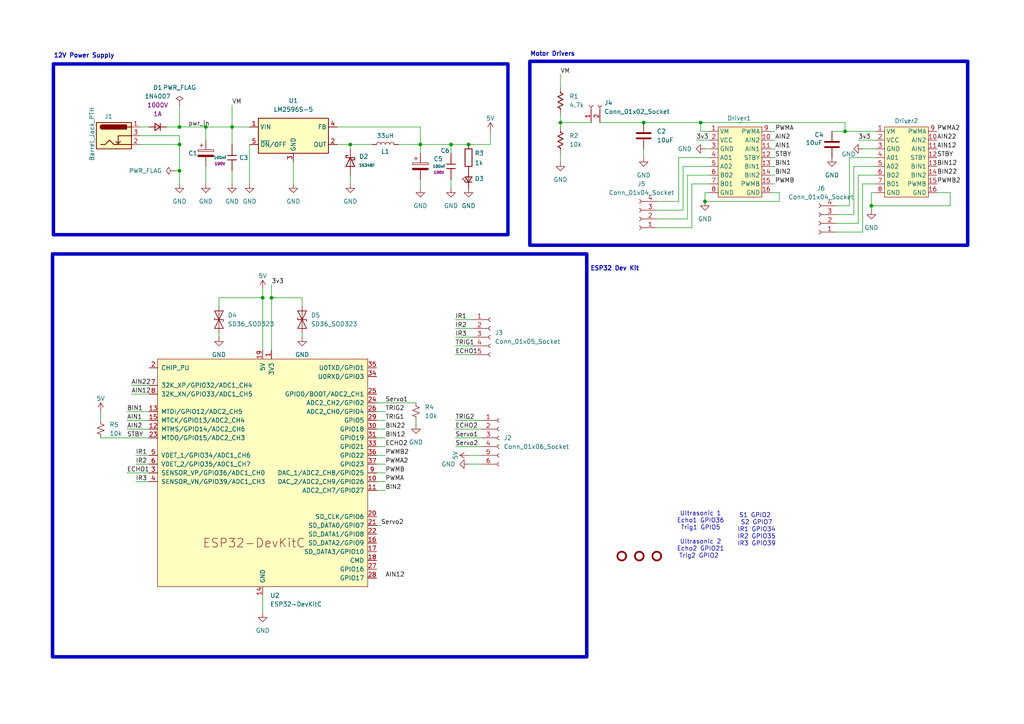
<source format=kicad_sch>
(kicad_sch (version 20250114) (generator "eeschema") (generator_version "9.0")
  (paper "A4")
  (title_block (title "Break-out Board for the RobotCar") (date "2025-05-21"))
  (lib_symbols
    (symbol "Connector:Conn_01x02_Socket" (pin_names (offset 1.016) (hide yes))
      (property "Reference" "J" (at 0 2.54 0))
      (property "Value" "Conn_01x02_Socket" (at 0 -5.08 0))
      (symbol "Conn_01x02_Socket_1_1"
        (pin passive line (at -5.08 0 0) (length 3.81) (name "Pin_1") (number "1"))
        (pin passive line (at -5.08 -2.54 0) (length 3.81) (name "Pin_2") (number "2"))
      )
    )
    (symbol "Connector:Conn_01x04_Socket" (pin_names (offset 1.016) (hide yes))
      (property "Reference" "J" (at 0 5.08 0))
      (property "Value" "Conn_01x04_Socket" (at 0 -7.62 0))
      (symbol "Conn_01x04_Socket_1_1"
        (pin passive line (at -5.08 2.54 0) (length 3.81) (name "Pin_1") (number "1"))
        (pin passive line (at -5.08 0 0) (length 3.81) (name "Pin_2") (number "2"))
        (pin passive line (at -5.08 -2.54 0) (length 3.81) (name "Pin_3") (number "3"))
        (pin passive line (at -5.08 -5.08 0) (length 3.81) (name "Pin_4") (number "4"))
      )
    )
    (symbol "Connector:Conn_01x05_Socket" (pin_names (offset 1.016) (hide yes))
      (property "Reference" "J" (at 0 7.62 0))
      (property "Value" "Conn_01x05_Socket" (at 0 -7.62 0))
      (symbol "Conn_01x05_Socket_1_1"
        (pin passive line (at -5.08 5.08 0) (length 3.81) (name "Pin_1") (number "1"))
        (pin passive line (at -5.08 2.54 0) (length 3.81) (name "Pin_2") (number "2"))
        (pin passive line (at -5.08 0 0) (length 3.81) (name "Pin_3") (number "3"))
        (pin passive line (at -5.08 -2.54 0) (length 3.81) (name "Pin_4") (number "4"))
        (pin passive line (at -5.08 -5.08 0) (length 3.81) (name "Pin_5") (number "5"))
      )
    )
    (symbol "Connector:Conn_01x06_Socket" (pin_names (offset 1.016) (hide yes))
      (property "Reference" "J" (at 0 7.62 0))
      (property "Value" "Conn_01x06_Socket" (at 0 -10.16 0))
      (symbol "Conn_01x06_Socket_1_1"
        (pin passive line (at -5.08 5.08 0) (length 3.81) (name "Pin_1") (number "1"))
        (pin passive line (at -5.08 2.54 0) (length 3.81) (name "Pin_2") (number "2"))
        (pin passive line (at -5.08 0 0) (length 3.81) (name "Pin_3") (number "3"))
        (pin passive line (at -5.08 -2.54 0) (length 3.81) (name "Pin_4") (number "4"))
        (pin passive line (at -5.08 -5.08 0) (length 3.81) (name "Pin_5") (number "5"))
        (pin passive line (at -5.08 -7.62 0) (length 3.81) (name "Pin_6") (number "6"))
      )
    )
    (symbol "Device:C" (pin_numbers (hide yes)) (pin_names (offset 0.254))
      (property "Reference" "C" (at 0.635 2.54 0))
      (property "Value" "C" (at 0.635 -2.54 0))
      (symbol "C_1_1"
        (pin passive line (at 0 3.81 270) (length 2.794) (name "~") (number "1"))
        (pin passive line (at 0 -3.81 90) (length 2.794) (name "~") (number "2"))
      )
    )
    (symbol "Device:L" (pin_numbers (hide yes)) (pin_names (offset 1.016) (hide yes))
      (property "Reference" "L" (at -1.27 0 90))
      (property "Value" "L" (at 1.905 0 90))
      (symbol "L_1_1"
        (pin passive line (at 0 3.81 270) (length 1.27) (name "1") (number "1"))
        (pin passive line (at 0 -3.81 90) (length 1.27) (name "2") (number "2"))
      )
    )
    (symbol "Diode:SD36_SOD323" (pin_numbers (hide yes)) (pin_names (offset 1.016) (hide yes))
      (property "Reference" "D" (at 0 2.54 0))
      (property "Value" "SD36_SOD323" (at 0 -2.54 0))
      (symbol "SD36_SOD323_1_1"
        (pin passive line (at -3.81 0 0) (length 2.54) (name "A1") (number "1"))
        (pin passive line (at 3.81 0 180) (length 2.54) (name "A2") (number "2"))
      )
    )
    (symbol "PCM_Capacitor_AKL:CP_Radial_D8.0mm_P3.50mm" (pin_numbers (hide yes)) (pin_names (offset 0.254))
      (property "Reference" "C" (at 0.635 2.54 0))
      (property "Value" "CP_Radial_D8.0mm_P3.50mm" (at 0.635 -2.54 0))
      (symbol "CP_Radial_D8.0mm_P3.50mm_1_1"
        (pin passive line (at 0 3.81 270) (length 2.794) (name "~") (number "1"))
        (pin passive line (at 0 -3.81 90) (length 2.794) (name "~") (number "2"))
      )
      (symbol "CP_Radial_D8.0mm_P3.50mm_1_2"
        (pin passive line (at -2.54 -2.54 90) (length 0) (name "~") (number "2"))
        (pin passive line (at 2.54 2.54 270) (length 0) (name "~") (number "1"))
      )
    )
    (symbol "PCM_Espressif:ESP32-DevKitC" (pin_names (offset 1.016))
      (property "Reference" "U" (at -30.48 38.1 0))
      (property "Value" "ESP32-DevKitC" (at -30.48 35.56 0))
      (symbol "ESP32-DevKitC_0_0"
        (text "ESP32-DevKitC" (at -2.54 -20.32 0) (effects (font (size 2.54 2.54))))
        (pin power_in line (at 0 35.56 270) (length 2.54) (name "5V") (number "19"))
        (pin power_in line (at 0 -35.56 90) (length 2.54) (name "GND") (number "14"))
      )
      (symbol "ESP32-DevKitC_1_1"
        (pin input line (at -33.02 30.48 0) (length 2.54) (name "CHIP_PU") (number "2"))
        (pin bidirectional line (at -33.02 25.4 0) (length 2.54) (name "32K_XP/GPIO32/ADC1_CH4") (number "7"))
        (pin bidirectional line (at -33.02 22.86 0) (length 2.54) (name "32K_XN/GPIO33/ADC1_CH5") (number "8"))
        (pin bidirectional line (at -33.02 17.78 0) (length 2.54) (name "MTDI/GPIO12/ADC2_CH5") (number "13"))
        (pin bidirectional line (at -33.02 15.24 0) (length 2.54) (name "MTCK/GPIO13/ADC2_CH4") (number "15"))
        (pin bidirectional line (at -33.02 12.7 0) (length 2.54) (name "MTMS/GPIO14/ADC2_CH6") (number "12"))
        (pin bidirectional line (at -33.02 10.16 0) (length 2.54) (name "MTDO/GPIO15/ADC2_CH3") (number "23"))
        (pin input line (at -33.02 5.08 0) (length 2.54) (name "VDET_1/GPIO34/ADC1_CH6") (number "5"))
        (pin input line (at -33.02 2.54 0) (length 2.54) (name "VDET_2/GPIO35/ADC1_CH7") (number "6"))
        (pin input line (at -33.02 0 0) (length 2.54) (name "SENSOR_VP/GPIO36/ADC1_CH0") (number "3"))
        (pin input line (at -33.02 -2.54 0) (length 2.54) (name "SENSOR_VN/GPIO39/ADC1_CH3") (number "4"))
        (pin passive line (at 0 -35.56 90) (length 2.54) (hide yes) (name "GND") (number "32"))
        (pin passive line (at 0 -35.56 90) (length 2.54) (hide yes) (name "GND") (number "38"))
        (pin power_in line (at 2.54 35.56 270) (length 2.54) (name "3V3") (number "1"))
        (pin bidirectional line (at 33.02 30.48 180) (length 2.54) (name "U0TXD/GPIO1") (number "35"))
        (pin bidirectional line (at 33.02 27.94 180) (length 2.54) (name "U0RXD/GPIO3") (number "34"))
        (pin bidirectional line (at 33.02 22.86 180) (length 2.54) (name "GPIO0/BOOT/ADC2_CH1") (number "25"))
        (pin bidirectional line (at 33.02 20.32 180) (length 2.54) (name "ADC2_CH2/GPIO2") (number "24"))
        (pin bidirectional line (at 33.02 17.78 180) (length 2.54) (name "ADC2_CH0/GPIO4") (number "26"))
        (pin bidirectional line (at 33.02 15.24 180) (length 2.54) (name "GPIO5") (number "29"))
        (pin bidirectional line (at 33.02 12.7 180) (length 2.54) (name "GPIO18") (number "30"))
        (pin bidirectional line (at 33.02 10.16 180) (length 2.54) (name "GPIO19") (number "31"))
        (pin bidirectional line (at 33.02 7.62 180) (length 2.54) (name "GPIO21") (number "33"))
        (pin bidirectional line (at 33.02 5.08 180) (length 2.54) (name "GPIO22") (number "36"))
        (pin bidirectional line (at 33.02 2.54 180) (length 2.54) (name "GPIO23") (number "37"))
        (pin bidirectional line (at 33.02 0 180) (length 2.54) (name "DAC_1/ADC2_CH8/GPIO25") (number "9"))
        (pin bidirectional line (at 33.02 -2.54 180) (length 2.54) (name "DAC_2/ADC2_CH9/GPIO26") (number "10"))
        (pin bidirectional line (at 33.02 -5.08 180) (length 2.54) (name "ADC2_CH7/GPIO27") (number "11"))
        (pin bidirectional line (at 33.02 -12.7 180) (length 2.54) (name "SD_CLK/GPIO6") (number "20"))
        (pin bidirectional line (at 33.02 -15.24 180) (length 2.54) (name "SD_DATA0/GPIO7") (number "21"))
        (pin bidirectional line (at 33.02 -17.78 180) (length 2.54) (name "SD_DATA1/GPIO8") (number "22"))
        (pin bidirectional line (at 33.02 -20.32 180) (length 2.54) (name "SD_DATA2/GPIO9") (number "16"))
        (pin bidirectional line (at 33.02 -22.86 180) (length 2.54) (name "SD_DATA3/GPIO10") (number "17"))
        (pin bidirectional line (at 33.02 -25.4 180) (length 2.54) (name "CMD") (number "18"))
        (pin bidirectional line (at 33.02 -27.94 180) (length 2.54) (name "GPIO16") (number "27"))
        (pin bidirectional line (at 33.02 -30.48 180) (length 2.54) (name "GPIO17") (number "28"))
      )
    )
    (symbol "PCM_JLCPCB-Capacitors:0805,100nF" (pin_numbers (hide yes)) (pin_names (offset 0))
      (property "Reference" "C" (at 2.032 1.668 0))
      (property "Value" "100nF" (at 2.032 -0.3782 0))
      (property "Voltage Rated" "100V" (at 2.032 -2.0462 0))
      (symbol "0805,100nF_1_1"
        (pin passive line (at 0 3.81 270) (length 3.175) (name "~") (number "1"))
        (pin passive line (at 0 -3.81 90) (length 3.175) (name "~") (number "2"))
      )
    )
    (symbol "PCM_JLCPCB-Diodes:Schottky,SS34BF" (pin_numbers (hide yes)) (pin_names (offset 0))
      (property "Reference" "D" (at 2.032 0.834 0))
      (property "Value" "SS34BF" (at 2.032 -1.2122 0))
      (symbol "Schottky,SS34BF_1_1"
        (pin passive line (at 0 3.81 270) (length 3.81) (name "~") (number "2"))
        (pin passive line (at 0 -3.81 90) (length 3.81) (name "~") (number "1"))
      )
    )
    (symbol "PCM_Resistor_AKL:R_0805" (pin_numbers (hide yes)) (pin_names (offset 0))
      (property "Reference" "R" (at 2.54 1.27 0))
      (property "Value" "R_0805" (at 2.54 -1.27 0))
      (symbol "R_0805_1_1"
        (pin passive line (at 0 3.81 270) (length 1.27) (name "~") (number "1"))
        (pin passive line (at 0 -3.81 90) (length 1.27) (name "~") (number "2"))
      )
      (symbol "R_0805_1_2"
        (pin passive line (at -2.54 -2.54 0) (length 0) (name "") (number "2"))
        (pin passive line (at 2.54 2.54 180) (length 0) (name "") (number "1"))
      )
    )
    (symbol "PCM_Resistor_US_AKL:R_DIN0207_P7.62mm" (pin_numbers (hide yes)) (pin_names (offset 0))
      (property "Reference" "R" (at 2.54 1.27 0))
      (property "Value" "R_DIN0207_P7.62mm" (at 2.54 -1.27 0))
      (symbol "R_DIN0207_P7.62mm_1_1"
        (pin passive line (at 0 3.81 270) (length 1.27) (name "~") (number "1"))
        (pin passive line (at 0 -3.81 90) (length 1.27) (name "~") (number "2"))
      )
      (symbol "R_DIN0207_P7.62mm_1_2"
        (pin passive line (at -2.54 -2.54 0) (length 0) (name "") (number "2"))
        (pin passive line (at 2.54 2.54 180) (length 0) (name "") (number "1"))
      )
    )
    (symbol "Regulator_Switching:LM2596S-5"
      (property "Reference" "U" (at -10.16 6.35 0))
      (property "Value" "LM2596S-5" (at 0 6.35 0))
      (symbol "LM2596S-5_1_1"
        (pin power_in line (at -12.7 2.54 0) (length 2.54) (name "VIN") (number "1"))
        (pin input line (at -12.7 -2.54 0) (length 2.54) (name "~{ON}/OFF") (number "5"))
        (pin power_in line (at 0 -7.62 90) (length 2.54) (name "GND") (number "3"))
        (pin input line (at 12.7 2.54 180) (length 2.54) (name "FB") (number "4"))
        (pin output line (at 12.7 -2.54 180) (length 2.54) (name "OUT") (number "2"))
      )
    )
    (symbol "SparkFun-Connector:Barrel_Jack_PTH" (pin_names (hide yes))
      (property "Reference" "J" (at 0 5.334 0))
      (property "Value" "Barrel_Jack_PTH" (at 0 -5.08 0))
      (symbol "Barrel_Jack_PTH_1_1"
        (pin passive line (at 7.62 2.54 180) (length 2.54) (name "PWR") (number "1"))
        (pin passive line (at 7.62 0 180) (length 2.54) (name "GNDBREAK") (number "3"))
        (pin passive line (at 7.62 -2.54 180) (length 2.54) (name "GND") (number "2"))
      )
    )
    (symbol "SparkFun-DiscreteSemi:D_1A_1000V" (pin_numbers (hide yes)) (pin_names (offset 1.016) (hide yes))
      (property "Reference" "D" (at 0 2.54 0))
      (property "Value" "1N4007" (at 0 -2.54 0))
      (property "VMax" "1000V" (at 0 -5.08 0))
      (property "IMax" "1A" (at 0 -7.62 0))
      (symbol "D_1A_1000V_1_1"
        (pin passive line (at -2.54 0 0) (length 1.778) (name "K") (number "1"))
        (pin passive line (at 2.54 0 180) (length 1.778) (name "A") (number "2"))
      )
    )
    (symbol "SparkFun-Hardware:Standoff")
    (symbol "SparkFun-LED:LED_Yellow_0603" (pin_numbers (hide yes)) (pin_names (offset 1.016) (hide yes))
      (property "Reference" "D" (at 0 2.54 0))
      (property "Value" "Yellow" (at 0 -2.54 0))
      (symbol "LED_Yellow_0603_1_1"
        (pin passive line (at -2.54 0 0) (length 1.778) (name "K") (number "1"))
        (pin passive line (at 2.54 0 180) (length 1.778) (name "A") (number "2"))
      )
    )
    (symbol "SparkFun-PowerSymbol:5V" (power) (pin_names (offset 0))
      (property "Value" "5V" (at 0 3.81 0))
      (symbol "5V_1_1"
        (pin power_in line (at 0 0 90) (length 0) (hide yes) (name "5V") (number "1"))
      )
    )
    (symbol "SparkFun-Resistor:10k_0603" (pin_numbers (hide yes)) (pin_names (offset 0))
      (property "Reference" "R" (at 0 -2.54 0))
      (property "Value" "10k" (at 0 2.54 0))
      (symbol "10k_0603_1_1"
        (pin passive line (at -2.54 0 0) (length 1.016) (name "~") (number "1"))
        (pin passive line (at 2.54 0 180) (length 1.016) (name "~") (number "2"))
      )
    )
    (symbol "U_2"
      (property "Reference" "U" (at 1.016 -2.286 0))
      (symbol "U_2_1_1"
        (pin power_in line (at -7.62 6.35 0) (length 2.54) (name "VM") (number "1"))
        (pin power_in line (at -7.62 3.81 0) (length 2.54) (name "VCC") (number "2"))
        (pin free line (at -7.62 1.27 0) (length 2.54) (name "GND") (number "3"))
        (pin output line (at -7.62 -1.27 0) (length 2.54) (name "A01") (number "4"))
        (pin output line (at -7.62 -3.81 0) (length 2.54) (name "A02") (number "5"))
        (pin output line (at -7.62 -6.35 0) (length 2.54) (name "B02") (number "6"))
        (pin output line (at -7.62 -8.89 0) (length 2.54) (name "B01") (number "7"))
        (pin free line (at -7.62 -11.43 0) (length 2.54) (name "GND") (number "8"))
        (pin input line (at 10.16 6.35 180) (length 2.54) (name "PWMA") (number "9"))
        (pin input line (at 10.16 3.81 180) (length 2.54) (name "AIN2") (number "10"))
        (pin input line (at 10.16 1.27 180) (length 2.54) (name "AIN1") (number "11"))
        (pin input line (at 10.16 -1.27 180) (length 2.54) (name "STBY") (number "12"))
        (pin input line (at 10.16 -3.81 180) (length 2.54) (name "BIN1") (number "13"))
        (pin input line (at 10.16 -6.35 180) (length 2.54) (name "BIN2") (number "14"))
        (pin input line (at 10.16 -8.89 180) (length 2.54) (name "PWMB") (number "15"))
        (pin input line (at 10.16 -11.43 180) (length 2.54) (name "GND") (number "16"))
      )
    )
    (symbol "power:GND" (power) (pin_numbers (hide yes)) (pin_names (offset 0) (hide yes))
      (property "Value" "GND" (at 0 -3.81 0))
      (symbol "GND_1_1"
        (pin power_in line (at 0 0 270) (length 0) (name "~") (number "1"))
      )
    )
    (symbol "power:PWR_FLAG" (power) (pin_numbers (hide yes)) (pin_names (offset 0) (hide yes))
      (property "Value" "PWR_FLAG" (at 0 3.81 0))
      (symbol "PWR_FLAG_0_0"
        (pin power_out line (at 0 0 90) (length 0) (name "~") (number "1"))
      )
    )
  )
  (rectangle (start 15.494 18.542) (end 147.32 68.072) (stroke (width 1)))
  (rectangle (start 153.67 17.78) (end 280.67 71.12) (stroke (width 1.016)))
  (rectangle (start 15.24 73.66) (end 170.18 190.5) (stroke (width 1.016)))
  (text "S1 GPIO2 \nS2 GPIO7\nIR1 GPIO34\nIR2 GPIO35\nIR3 GPIO39\n" (at 219.456 153.67 0) (effects (font (size 1.27 1.27))))
  (text "12V Power Supply\n" (at 24.384 16.256 0) (effects (font (size 1.27 1.27) (thickness 0.254) (bold yes))))
  (text "Motor Drivers" (at 160.274 15.748 0) (effects (font (size 1.27 1.27) (thickness 0.254) (bold yes))))
  (text "ESP32 Dev Kit" (at 178.308 77.978 0) (effects (font (size 1.27 1.27) (thickness 0.254) (bold yes))))
  (text "Ultrasonic 1\nEcho1 GPIO36\nTrig1 GPIO5\n\nUltrasonic 2\nEcho2 GPIO21\nTrig2 GPIO2 " (at 203.2 155.194 0) (effects (font (size 1.27 1.27))))
  (junction (at 130.81 41.91))
  (junction (at 67.31 36.83))
  (junction (at 59.69 36.83))
  (junction (at 252.73 59.69))
  (junction (at 203.2 35.56))
  (junction (at 204.47 58.42))
  (junction (at 186.69 35.56))
  (junction (at 162.56 35.56))
  (junction (at 121.92 41.91))
  (junction (at 78.74 86.36))
  (junction (at 101.6 41.91))
  (junction (at 245.11 38.1))
  (junction (at 52.07 49.53))
  (junction (at 52.07 41.91))
  (junction (at 135.89 41.91))
  (junction (at 76.2 86.36))
  (junction (at 52.07 36.83))
  (wire (pts (xy 186.69 43.18) (xy 186.69 45.72)))
  (wire (pts (xy 132.08 121.92) (xy 139.7 121.92)))
  (wire (pts (xy 246.38 45.72) (xy 246.38 59.69)))
  (wire (pts (xy 29.21 119.38) (xy 29.21 121.92)))
  (wire (pts (xy 142.24 38.1) (xy 142.24 41.91)))
  (wire (pts (xy 250.19 67.31) (xy 242.57 67.31)))
  (wire (pts (xy 162.56 21.59) (xy 162.56 25.4)))
  (wire (pts (xy 132.08 129.54) (xy 139.7 129.54)))
  (wire (pts (xy 201.93 40.64) (xy 205.74 40.64)))
  (wire (pts (xy 78.74 86.36) (xy 87.63 86.36)))
  (wire (pts (xy 223.52 50.8) (xy 224.79 50.8)))
  (wire (pts (xy 199.39 50.8) (xy 199.39 63.5)))
  (wire (pts (xy 223.52 38.1) (xy 224.79 38.1)))
  (wire (pts (xy 109.22 116.84) (xy 120.65 116.84)))
  (wire (pts (xy 223.52 53.34) (xy 224.79 53.34)))
  (wire (pts (xy 63.5 88.9) (xy 63.5 86.36)))
  (wire (pts (xy 78.74 82.55) (xy 78.74 86.36)))
  (wire (pts (xy 39.37 132.08) (xy 43.18 132.08)))
  (wire (pts (xy 38.1 114.3) (xy 43.18 114.3)))
  (wire (pts (xy 135.89 134.62) (xy 139.7 134.62)))
  (wire (pts (xy 36.83 119.38) (xy 43.18 119.38)))
  (wire (pts (xy 59.69 36.83) (xy 67.31 36.83)))
  (wire (pts (xy 130.81 41.91) (xy 135.89 41.91)))
  (wire (pts (xy 162.56 33.02) (xy 162.56 35.56)))
  (wire (pts (xy 101.6 43.18) (xy 101.6 41.91)))
  (wire (pts (xy 254 48.26) (xy 247.65 48.26)))
  (wire (pts (xy 203.2 38.1) (xy 205.74 38.1)))
  (wire (pts (xy 38.1 111.76) (xy 43.18 111.76)))
  (wire (pts (xy 198.12 48.26) (xy 198.12 60.96)))
  (wire (pts (xy 162.56 35.56) (xy 162.56 36.83)))
  (wire (pts (xy 67.31 36.83) (xy 72.39 36.83)))
  (wire (pts (xy 109.22 127) (xy 111.76 127)))
  (wire (pts (xy 226.06 55.88) (xy 226.06 58.42)))
  (wire (pts (xy 78.74 86.36) (xy 78.74 101.6)))
  (wire (pts (xy 52.07 39.37) (xy 52.07 41.91)))
  (wire (pts (xy 135.89 132.08) (xy 139.7 132.08)))
  (wire (pts (xy 40.64 36.83) (xy 43.18 36.83)))
  (wire (pts (xy 67.31 30.48) (xy 67.31 36.83)))
  (wire (pts (xy 186.69 35.56) (xy 203.2 35.56)))
  (wire (pts (xy 130.81 41.91) (xy 130.81 44.45)))
  (wire (pts (xy 204.47 58.42) (xy 204.47 55.88)))
  (wire (pts (xy 109.22 132.08) (xy 111.76 132.08)))
  (wire (pts (xy 245.11 38.1) (xy 245.11 35.56)))
  (wire (pts (xy 109.22 152.4) (xy 110.49 152.4)))
  (wire (pts (xy 111.76 139.7) (xy 109.22 139.7)))
  (wire (pts (xy 226.06 58.42) (xy 204.47 58.42)))
  (wire (pts (xy 205.74 48.26) (xy 198.12 48.26)))
  (wire (pts (xy 109.22 121.92) (xy 111.76 121.92)))
  (wire (pts (xy 254 50.8) (xy 248.92 50.8)))
  (wire (pts (xy 36.83 124.46) (xy 43.18 124.46)))
  (wire (pts (xy 132.08 127) (xy 139.7 127)))
  (wire (pts (xy 132.08 95.25) (xy 137.16 95.25)))
  (wire (pts (xy 52.07 41.91) (xy 40.64 41.91)))
  (wire (pts (xy 87.63 88.9) (xy 87.63 86.36)))
  (wire (pts (xy 107.95 41.91) (xy 101.6 41.91)))
  (wire (pts (xy 196.85 58.42) (xy 190.5 58.42)))
  (wire (pts (xy 121.92 41.91) (xy 130.81 41.91)))
  (wire (pts (xy 59.69 36.83) (xy 59.69 40.64)))
  (wire (pts (xy 76.2 83.82) (xy 76.2 86.36)))
  (wire (pts (xy 36.83 137.16) (xy 43.18 137.16)))
  (wire (pts (xy 76.2 172.72) (xy 76.2 177.8)))
  (wire (pts (xy 132.08 102.87) (xy 137.16 102.87)))
  (wire (pts (xy 40.64 39.37) (xy 52.07 39.37)))
  (wire (pts (xy 52.07 30.48) (xy 52.07 36.83)))
  (wire (pts (xy 247.65 48.26) (xy 247.65 62.23)))
  (wire (pts (xy 275.59 59.69) (xy 252.73 59.69)))
  (wire (pts (xy 87.63 96.52) (xy 87.63 97.79)))
  (wire (pts (xy 52.07 36.83) (xy 59.69 36.83)))
  (wire (pts (xy 121.92 52.07) (xy 121.92 54.61)))
  (wire (pts (xy 205.74 53.34) (xy 200.66 53.34)))
  (wire (pts (xy 199.39 63.5) (xy 190.5 63.5)))
  (wire (pts (xy 132.08 97.79) (xy 137.16 97.79)))
  (wire (pts (xy 250.19 43.18) (xy 254 43.18)))
  (wire (pts (xy 223.52 45.72) (xy 224.79 45.72)))
  (wire (pts (xy 245.11 38.1) (xy 254 38.1)))
  (wire (pts (xy 200.66 66.04) (xy 190.5 66.04)))
  (wire (pts (xy 241.3 38.1) (xy 245.11 38.1)))
  (wire (pts (xy 200.66 53.34) (xy 200.66 66.04)))
  (wire (pts (xy 97.79 36.83) (xy 121.92 36.83)))
  (wire (pts (xy 196.85 45.72) (xy 196.85 58.42)))
  (wire (pts (xy 248.92 50.8) (xy 248.92 64.77)))
  (wire (pts (xy 109.22 119.38) (xy 111.76 119.38)))
  (wire (pts (xy 142.24 41.91) (xy 135.89 41.91)))
  (wire (pts (xy 252.73 55.88) (xy 252.73 59.69)))
  (wire (pts (xy 271.78 55.88) (xy 275.59 55.88)))
  (wire (pts (xy 223.52 43.18) (xy 224.79 43.18)))
  (wire (pts (xy 85.09 46.99) (xy 85.09 53.34)))
  (wire (pts (xy 67.31 36.83) (xy 67.31 41.91)))
  (wire (pts (xy 190.5 60.96) (xy 198.12 60.96)))
  (wire (pts (xy 121.92 36.83) (xy 121.92 41.91)))
  (wire (pts (xy 120.65 121.92) (xy 120.65 123.19)))
  (wire (pts (xy 248.92 64.77) (xy 242.57 64.77)))
  (wire (pts (xy 204.47 55.88) (xy 205.74 55.88)))
  (wire (pts (xy 132.08 124.46) (xy 139.7 124.46)))
  (wire (pts (xy 109.22 137.16) (xy 111.76 137.16)))
  (wire (pts (xy 115.57 41.91) (xy 121.92 41.91)))
  (wire (pts (xy 109.22 134.62) (xy 111.76 134.62)))
  (wire (pts (xy 39.37 139.7) (xy 43.18 139.7)))
  (wire (pts (xy 109.22 142.24) (xy 111.76 142.24)))
  (wire (pts (xy 52.07 49.53) (xy 52.07 41.91)))
  (wire (pts (xy 39.37 134.62) (xy 43.18 134.62)))
  (wire (pts (xy 109.22 129.54) (xy 111.76 129.54)))
  (wire (pts (xy 48.26 36.83) (xy 52.07 36.83)))
  (wire (pts (xy 254 45.72) (xy 246.38 45.72)))
  (wire (pts (xy 132.08 92.71) (xy 137.16 92.71)))
  (wire (pts (xy 223.52 55.88) (xy 226.06 55.88)))
  (wire (pts (xy 162.56 44.45) (xy 162.56 46.99)))
  (wire (pts (xy 162.56 35.56) (xy 171.45 35.56)))
  (wire (pts (xy 246.38 59.69) (xy 242.57 59.69)))
  (wire (pts (xy 203.2 35.56) (xy 203.2 38.1)))
  (wire (pts (xy 72.39 41.91) (xy 72.39 53.34)))
  (wire (pts (xy 50.8 49.53) (xy 52.07 49.53)))
  (wire (pts (xy 223.52 40.64) (xy 224.79 40.64)))
  (wire (pts (xy 36.83 121.92) (xy 43.18 121.92)))
  (wire (pts (xy 254 53.34) (xy 250.19 53.34)))
  (wire (pts (xy 29.21 127) (xy 43.18 127)))
  (wire (pts (xy 205.74 50.8) (xy 199.39 50.8)))
  (wire (pts (xy 52.07 53.34) (xy 52.07 49.53)))
  (wire (pts (xy 223.52 48.26) (xy 224.79 48.26)))
  (wire (pts (xy 67.31 49.53) (xy 67.31 53.34)))
  (wire (pts (xy 248.92 40.64) (xy 254 40.64)))
  (wire (pts (xy 63.5 96.52) (xy 63.5 97.79)))
  (wire (pts (xy 205.74 45.72) (xy 196.85 45.72)))
  (wire (pts (xy 245.11 35.56) (xy 203.2 35.56)))
  (wire (pts (xy 76.2 86.36) (xy 76.2 101.6)))
  (wire (pts (xy 252.73 59.69) (xy 252.73 60.96)))
  (wire (pts (xy 59.69 48.26) (xy 59.69 53.34)))
  (wire (pts (xy 121.92 41.91) (xy 121.92 44.45)))
  (wire (pts (xy 63.5 86.36) (xy 76.2 86.36)))
  (wire (pts (xy 173.99 35.56) (xy 186.69 35.56)))
  (wire (pts (xy 247.65 62.23) (xy 242.57 62.23)))
  (wire (pts (xy 254 55.88) (xy 252.73 55.88)))
  (wire (pts (xy 130.81 52.07) (xy 130.81 54.61)))
  (wire (pts (xy 101.6 50.8) (xy 101.6 53.34)))
  (wire (pts (xy 204.47 43.18) (xy 205.74 43.18)))
  (wire (pts (xy 109.22 124.46) (xy 111.76 124.46)))
  (wire (pts (xy 250.19 53.34) (xy 250.19 67.31)))
  (wire (pts (xy 132.08 100.33) (xy 137.16 100.33)))
  (wire (pts (xy 275.59 55.88) (xy 275.59 59.69)))
  (wire (pts (xy 97.79 41.91) (xy 101.6 41.91)))
  (label "VM" (at 67.31 30.48 0))
  (label "IR1" (at 39.37 132.08 0))
  (label "BIN1" (at 36.83 119.38 0))
  (label "TRIG2" (at 111.76 119.38 0))
  (label "STBY" (at 224.79 45.72 0))
  (label "PWMB" (at 111.76 137.16 0))
  (label "AIN22" (at 38.1 111.76 0))
  (label "AIN12" (at 38.1 114.3 0))
  (label "3v3" (at 248.92 40.64 0))
  (label "AIN1" (at 36.83 121.92 0))
  (label "PWMA2" (at 111.76 134.62 0))
  (label "IR2" (at 132.08 95.25 0))
  (label "PWMB2" (at 111.76 132.08 0))
  (label "IR1" (at 132.08 92.71 0))
  (label "TRIG2" (at 132.08 121.92 0))
  (label "BIN22" (at 111.76 124.46 0))
  (label "IR3" (at 132.08 97.79 0))
  (label "BIN12" (at 271.78 48.26 0))
  (label "IR3" (at 39.37 139.7 0))
  (label "AIN1" (at 224.79 43.18 0))
  (label "VM" (at 162.56 21.59 0))
  (label "Servo1" (at 132.08 127 0))
  (label "PWMA2" (at 271.78 38.1 0))
  (label "3v3" (at 78.74 82.55 0))
  (label "Servo1" (at 111.76 116.84 0))
  (label "pwr_in" (at 54.61 36.83 0))
  (label "STBY" (at 36.83 127 0))
  (label "PWMB2" (at 271.78 53.34 0))
  (label "ECHO2" (at 111.76 129.54 0))
  (label "IR2" (at 39.37 134.62 0))
  (label "BIN2" (at 111.76 142.24 0))
  (label "ECHO1" (at 132.08 102.87 0))
  (label "ECHO1" (at 36.83 137.16 0))
  (label "3v3" (at 201.93 40.64 0))
  (label "BIN12" (at 111.76 127 0))
  (label "TRIG1" (at 132.08 100.33 0))
  (label "BIN22" (at 271.78 50.8 0))
  (label "PWMA" (at 111.76 139.7 0))
  (label "STBY" (at 271.78 45.72 0))
  (label "PWMA" (at 224.79 38.1 0))
  (label "ECHO2" (at 132.08 124.46 0))
  (label "AIN12" (at 111.76 167.64 0))
  (label "Servo2" (at 132.08 129.54 0))
  (label "BIN2" (at 224.79 50.8 0))
  (label "TRIG1" (at 111.76 121.92 0))
  (label "AIN22" (at 271.78 40.64 0))
  (label "AIN2" (at 36.83 124.46 0))
  (label "AIN12" (at 271.78 43.18 0))
  (label "PWMB" (at 224.79 53.34 0))
  (label "Servo2" (at 110.49 152.4 0))
  (label "AIN2" (at 224.79 40.64 0))
  (label "BIN1" (at 224.79 48.26 0))
  (symbol (lib_id "power:GND") (at 85.09 53.34 0) (unit 1)
    (property "Reference" "#PWR09" (effects (hide yes)))
    (property "Value" "GND" (at 85.09 58.42 0))
    (property "Description" "Power symbol creates a global label with name \"GND\" , ground" (effects (hide yes)))
  )
  (symbol (lib_id "SparkFun-Hardware:Standoff") (at 190.5 161.29 180) (unit 1)
    (property "Reference" "ST1" (effects (hide yes)))
    (property "Value" "Standoff" (effects (hide yes)))
    (property "Footprint" "SparkFun-Hardware:Standoff" (effects (hide yes)))
    (property "Description" "Drill holes for mechanically mounting via screws, standoffs, etc." (effects (hide yes)))
  )
  (symbol (lib_id "power:GND") (at 162.56 46.99 0) (unit 1)
    (property "Reference" "#PWR01" (effects (hide yes)))
    (property "Value" "GND" (at 162.56 52.07 0))
    (property "Description" "Power symbol creates a global label with name \"GND\" , ground" (effects (hide yes)))
  )
  (symbol (lib_id "power:GND") (at 241.3 45.72 0) (unit 1)
    (property "Reference" "#PWR011" (effects (hide yes)))
    (property "Value" "GND" (at 241.3 50.8 0))
    (property "Description" "Power symbol creates a global label with name \"GND\" , ground" (effects (hide yes)))
  )
  (symbol (lib_id "power:GND") (at 59.69 53.34 0) (unit 1)
    (property "Reference" "#PWR03" (effects (hide yes)))
    (property "Value" "GND" (at 59.69 58.42 0))
    (property "Description" "Power symbol creates a global label with name \"GND\" , ground" (effects (hide yes)))
  )
  (symbol (lib_id "SparkFun-Resistor:10k_0603") (at 120.65 119.38 90) (unit 1)
    (property "Reference" "R4" (at 123.19 118.1099 90) (effects (justify right)))
    (property "Value" "10k" (at 123.19 120.6499 90) (effects (justify right)))
    (property "Footprint" "SparkFun-Resistor:R_0603_1608Metric" (effects (hide yes)))
    (property "Datasheet" "https://www.vishay.com/docs/20035/dcrcwe3.pdf" (effects (hide yes)))
    (property "Description" "Resistor" (effects (hide yes)))
    (property "PROD_ID" "RES-00824" (effects (hide yes)))
  )
  (symbol (lib_id "Connector:Conn_01x04_Socket") (at 237.49 64.77 180) (unit 1)
    (property "Reference" "J6" (at 238.125 54.61 0))
    (property "Value" "Conn_01x04_Socket" (at 238.125 57.15 0))
    (property "Footprint" "Connector_PinHeader_2.00mm:PinHeader_1x04_P2.00mm_Vertical" (effects (hide yes)))
    (property "Description" "Generic connector, single row, 01x04, script generated" (effects (hide yes)))
  )
  (symbol (lib_name "U_2") (lib_id "tb6612fng breakout board:U") (at 261.62 44.45 0) (unit 1)
    (property "Reference" "Driver2" (at 262.89 35.052 0))
    (property "Value" "~" (at 262.89 35.56 0))
    (property "Footprint" "tb6612fng:tb6612fng breakout board" (effects (hide yes)))
  )
  (symbol (lib_id "SparkFun-Connector:Barrel_Jack_PTH") (at 33.02 39.37 0) (unit 1)
    (property "Reference" "J1" (at 31.496 33.782 0))
    (property "Value" "Barrel_Jack_PTH" (at 26.67 38.862 90))
    (property "Footprint" "Connector_BarrelJack:BarrelJack_Horizontal" (effects (hide yes)))
    (property "Datasheet" "https://www.sparkfun.com/datasheets/Prototyping/Barrel-Connector-PJ-202A.pdf" (effects (hide yes)))
    (property "Description" "DC Barrel Jack with an internal switch" (effects (hide yes)))
    (property "PROD_ID" "CONN-08197" (effects (hide yes)))
  )
  (symbol (lib_id "power:GND") (at 52.07 53.34 0) (unit 1)
    (property "Reference" "#PWR02" (effects (hide yes)))
    (property "Value" "GND" (at 52.07 58.42 0))
    (property "Description" "Power symbol creates a global label with name \"GND\" , ground" (effects (hide yes)))
  )
  (symbol (lib_id "power:GND") (at 120.65 123.19 0) (unit 1)
    (property "Reference" "#PWR022" (effects (hide yes)))
    (property "Value" "GND" (at 120.65 128.27 0))
    (property "Description" "Power symbol creates a global label with name \"GND\" , ground" (effects (hide yes)))
  )
  (symbol (lib_id "Device:L") (at 111.76 41.91 90) (unit 1)
    (property "Reference" "L1" (at 111.76 43.942 90))
    (property "Value" "33uH" (at 111.76 39.37 90))
    (property "Footprint" "Inductor_SMD:L_12x12mm_H6mm" (effects (hide yes)))
    (property "Description" "Inductor" (effects (hide yes)))
  )
  (symbol (lib_id "power:GND") (at 250.19 43.18 270) (unit 1)
    (property "Reference" "#PWR012" (effects (hide yes)))
    (property "Value" "GND" (at 246.126 44.704 90))
    (property "Description" "Power symbol creates a global label with name \"GND\" , ground" (effects (hide yes)))
  )
  (symbol (lib_id "Connector:Conn_01x04_Socket") (at 185.42 63.5 180) (unit 1)
    (property "Reference" "J5" (at 186.055 53.34 0))
    (property "Value" "Conn_01x04_Socket" (at 186.055 55.88 0))
    (property "Footprint" "Connector_PinHeader_2.00mm:PinHeader_1x04_P2.00mm_Vertical" (effects (hide yes)))
    (property "Description" "Generic connector, single row, 01x04, script generated" (effects (hide yes)))
  )
  (symbol (lib_id "power:GND") (at 67.31 53.34 0) (unit 1)
    (property "Reference" "#PWR05" (effects (hide yes)))
    (property "Value" "GND" (at 67.31 58.42 0))
    (property "Description" "Power symbol creates a global label with name \"GND\" , ground" (effects (hide yes)))
  )
  (symbol (lib_id "SparkFun-PowerSymbol:5V") (at 135.89 132.08 90) (unit 1)
    (property "Reference" "#PWR020" (effects (hide yes)))
    (property "Value" "5V" (at 132.08 132.08 0))
    (property "Description" "Power symbol creates a global label with name \"5V\"" (effects (hide yes)))
  )
  (symbol (lib_id "PCM_JLCPCB-Diodes:Schottky,SS34BF") (at 101.6 46.99 180) (unit 1)
    (property "Reference" "D2" (at 104.14 45.4024 0) (effects (justify right)))
    (property "Value" "SS34BF" (at 104.14 47.9425 0) (effects (font (size 0.8 0.8)) (justify right)))
    (property "Footprint" "PCM_JLCPCB:D_SMBF" (effects (hide yes)))
    (property "Datasheet" "https://www.lcsc.com/datasheet/lcsc_datasheet_2501211645_hongjiacheng-SS34BF_C42371739.pdf" (effects (hide yes)))
    (property "Description" "3A 40V 500uA SMBF Schottky Diodes" (effects (hide yes)))
    (property "LCSC" "C42371739" (effects (hide yes)))
    (property "Stock" "3096" (effects (hide yes)))
    (property "Price" "0.039USD" (effects (hide yes)))
    (property "Process" "SMT" (effects (hide yes)))
    (property "Minimum Qty" "2" (effects (hide yes)))
    (property "Attrition Qty" "0" (effects (hide yes)))
    (property "Class" "Preferred Component" (effects (hide yes)))
    (property "Category" "Diodes,Schottky Diodes" (effects (hide yes)))
    (property "Manufacturer" "hongjiacheng" (effects (hide yes)))
    (property "Part" "SS34BF" (effects (hide yes)))
    (property "Voltage - DC Reverse(Vr)" "40V" (effects (hide yes)))
    (property "Current - Rectified" "3A" (effects (hide yes)))
    (property "Reverse Leakage Current (Ir)" "500uA" (effects (hide yes)))
  )
  (symbol (lib_id "power:GND") (at 135.89 54.61 0) (unit 1)
    (property "Reference" "#PWR016" (effects (hide yes)))
    (property "Value" "GND" (at 135.89 59.69 0))
    (property "Description" "Power symbol creates a global label with name \"GND\" , ground" (effects (hide yes)))
  )
  (symbol (lib_id "power:GND") (at 72.39 53.34 0) (unit 1)
    (property "Reference" "#PWR06" (effects (hide yes)))
    (property "Value" "GND" (at 72.39 58.42 0))
    (property "Description" "Power symbol creates a global label with name \"GND\" , ground" (effects (hide yes)))
  )
  (symbol (lib_id "Diode:SD36_SOD323") (at 87.63 92.71 90) (unit 1)
    (property "Reference" "D5" (at 90.17 91.4399 90) (effects (justify right)))
    (property "Value" "SD36_SOD323" (at 90.17 93.9799 90) (effects (justify right)))
    (property "Footprint" "Diode_SMD:D_SOD-323" (effects (hide yes)))
    (property "Datasheet" "https://www.littelfuse.com/~/media/electronics/datasheets/tvs_diode_arrays/littelfuse_tvs_diode_array_sd_c_datasheet.pdf.pdf" (effects (hide yes)))
    (property "Description" "36V, 450W Discrete Bidirectional TVS Diode, SOD-323" (effects (hide yes)))
  )
  (symbol (lib_name "U_2") (lib_id "tb6612fng breakout board:U") (at 213.36 44.45 0) (unit 1)
    (property "Reference" "Driver1" (at 214.376 34.29 0))
    (property "Value" "~" (at 214.63 35.56 0))
    (property "Footprint" "tb6612fng:tb6612fng breakout board" (effects (hide yes)))
  )
  (symbol (lib_id "power:GND") (at 101.6 53.34 0) (unit 1)
    (property "Reference" "#PWR010" (effects (hide yes)))
    (property "Value" "GND" (at 101.6 58.42 0))
    (property "Description" "Power symbol creates a global label with name \"GND\" , ground" (effects (hide yes)))
  )
  (symbol (lib_id "SparkFun-PowerSymbol:5V") (at 76.2 83.82 0) (unit 1)
    (property "Reference" "#PWR018" (effects (hide yes)))
    (property "Value" "5V" (at 76.2 80.01 0))
    (property "Description" "Power symbol creates a global label with name \"5V\"" (effects (hide yes)))
  )
  (symbol (lib_id "PCM_Resistor_AKL:R_0805") (at 135.89 45.72 0) (unit 1)
    (property "Reference" "R3" (at 137.668 44.45 0) (effects (justify left)))
    (property "Value" "1k" (at 137.668 47.244 0) (effects (justify left)))
    (property "Footprint" "Resistor_THT:R_Axial_DIN0207_L6.3mm_D2.5mm_P2.54mm_Vertical" (effects (hide yes)))
    (property "Description" "SMD 0805 Chip Resistor, European Symbol, Alternate KiCad Library" (effects (hide yes)))
  )
  (symbol (lib_id "power:GND") (at 252.73 60.96 0) (unit 1)
    (property "Reference" "#PWR013" (effects (hide yes)))
    (property "Value" "GND" (at 252.73 66.04 0))
    (property "Description" "Power symbol creates a global label with name \"GND\" , ground" (effects (hide yes)))
  )
  (symbol (lib_id "SparkFun-Hardware:Standoff") (at 185.42 161.29 180) (unit 1)
    (property "Reference" "ST2" (effects (hide yes)))
    (property "Value" "Standoff" (effects (hide yes)))
    (property "Footprint" "SparkFun-Hardware:Standoff" (effects (hide yes)))
    (property "Description" "Drill holes for mechanically mounting via screws, standoffs, etc." (effects (hide yes)))
  )
  (symbol (lib_id "power:GND") (at 76.2 177.8 0) (unit 1)
    (property "Reference" "#PWR019" (effects (hide yes)))
    (property "Value" "GND" (at 76.2 182.88 0))
    (property "Description" "Power symbol creates a global label with name \"GND\" , ground" (effects (hide yes)))
  )
  (symbol (lib_id "SparkFun-Resistor:10k_0603") (at 29.21 124.46 90) (unit 1)
    (property "Reference" "R5" (at 31.75 123.1899 90) (effects (justify right)))
    (property "Value" "10k" (at 31.75 125.7299 90) (effects (justify right)))
    (property "Footprint" "SparkFun-Resistor:R_0603_1608Metric" (effects (hide yes)))
    (property "Datasheet" "https://www.vishay.com/docs/20035/dcrcwe3.pdf" (effects (hide yes)))
    (property "Description" "Resistor" (effects (hide yes)))
    (property "PROD_ID" "RES-00824" (effects (hide yes)))
  )
  (symbol (lib_id "PCM_Espressif:ESP32-DevKitC") (at 76.2 137.16 0) (unit 1)
    (property "Reference" "U2" (at 78.3433 172.72 0) (effects (justify left)))
    (property "Value" "ESP32-DevKitC" (at 78.3433 175.26 0) (effects (justify left)))
    (property "Footprint" "PCM_Espressif:ESP32-DevKitC" (effects (hide yes)))
    (property "Datasheet" "https://docs.espressif.com/projects/esp-idf/zh_CN/latest/esp32/hw-reference/esp32/get-started-devkitc.html" (effects (hide yes)))
    (property "Description" "Development Kit" (effects (hide yes)))
  )
  (symbol (lib_id "PCM_JLCPCB-Capacitors:0805,100nF") (at 130.81 48.26 0) (unit 1)
    (property "Reference" "C6" (at 127.762 43.688 0) (effects (justify left)))
    (property "Value" "100nF" (at 125.476 48.26 0) (effects (font (size 0.8 0.8)) (justify left)))
    (property "Footprint" "Capacitor_THT:C_Disc_D3.0mm_W1.6mm_P2.50mm" (effects (hide yes)))
    (property "Datasheet" "https://www.lcsc.com/datasheet/lcsc_datasheet_2304140030_Samsung-Electro-Mechanics-CL21B104KCFNNNE_C28233.pdf" (effects (hide yes)))
    (property "Description" "100V 100nF X7R ±10% 0805 Multilayer Ceramic Capacitors MLCC - SMD/SMT ROHS" (effects (hide yes)))
    (property "LCSC" "C28233" (effects (hide yes)))
    (property "Stock" "2407983" (effects (hide yes)))
    (property "Price" "0.009USD" (effects (hide yes)))
    (property "Process" "SMT" (effects (hide yes)))
    (property "Minimum Qty" "20" (effects (hide yes)))
    (property "Attrition Qty" "10" (effects (hide yes)))
    (property "Class" "Basic Component" (effects (hide yes)))
    (property "Category" "Capacitors,Multilayer Ceramic Capacitors MLCC - SMD/SMT" (effects (hide yes)))
    (property "Manufacturer" "Samsung Electro-Mechanics" (effects (hide yes)))
    (property "Part" "CL21B104KCFNNNE" (effects (hide yes)))
    (property "Voltage Rated" "100V" (at 125.73 50.038 0) (effects (font (size 0.8 0.8)) (justify left)))
    (property "Tolerance" "±10%" (effects (hide yes)))
    (property "Capacitance" "100nF" (effects (hide yes)))
    (property "Temperature Coefficient" "X7R" (effects (hide yes)))
  )
  (symbol (lib_id "power:GND") (at 121.92 54.61 0) (unit 1)
    (property "Reference" "#PWR014" (effects (hide yes)))
    (property "Value" "GND" (at 121.92 59.69 0))
    (property "Description" "Power symbol creates a global label with name \"GND\" , ground" (effects (hide yes)))
  )
  (symbol (lib_id "Regulator_Switching:LM2596S-5") (at 85.09 39.37 0) (unit 1)
    (property "Reference" "U1" (at 85.09 29.21 0))
    (property "Value" "LM2596S-5" (at 85.09 31.75 0))
    (property "Footprint" "Package_TO_SOT_SMD:TO-263-5_TabPin3" (effects (hide yes)))
    (property "Datasheet" "http://www.ti.com/lit/ds/symlink/lm2596.pdf" (effects (hide yes)))
    (property "Description" "5V 3A Step-Down Voltage Regulator, TO-263" (effects (hide yes)))
  )
  (symbol (lib_id "power:GND") (at 204.47 43.18 270) (unit 1)
    (property "Reference" "#PWR07" (effects (hide yes)))
    (property "Value" "GND" (at 200.66 43.1799 90) (effects (justify right)))
    (property "Description" "Power symbol creates a global label with name \"GND\" , ground" (effects (hide yes)))
  )
  (symbol (lib_id "PCM_Capacitor_AKL:CP_Radial_D8.0mm_P3.50mm") (at 121.92 48.26 0) (unit 1)
    (property "Reference" "C5" (at 125.73 46.1009 0) (effects (justify left)))
    (property "Value" "CP_Radial_D8.0mm_P3.50mm" (effects (hide yes)))
    (property "Footprint" "PCM_Capacitor_THT_AKL:CP_Radial_D8.0mm_P3.50mm" (effects (hide yes)))
    (property "Description" "THT Electrolytic Capacitor, 8.0mm Diameter, 3.50mm Pitch, European Symbol, Alternate KiCad Library" (effects (hide yes)))
  )
  (symbol (lib_id "SparkFun-PowerSymbol:5V") (at 142.24 38.1 0) (unit 1)
    (property "Reference" "#PWR017" (effects (hide yes)))
    (property "Value" "5V" (at 142.24 34.29 0))
    (property "Description" "Power symbol creates a global label with name \"5V\"" (effects (hide yes)))
  )
  (symbol (lib_id "Device:C") (at 241.3 41.91 0) (unit 1)
    (property "Reference" "C4" (at 236.22 39.116 0) (effects (justify left)))
    (property "Value" "10uF" (at 233.68 41.402 0) (effects (justify left)))
    (property "Footprint" "Capacitor_THT:C_Radial_D5.0mm_H5.0mm_P2.00mm" (effects (hide yes)))
    (property "Description" "Unpolarized capacitor" (effects (hide yes)))
  )
  (symbol (lib_id "power:GND") (at 63.5 97.79 0) (unit 1)
    (property "Reference" "#PWR024" (effects (hide yes)))
    (property "Value" "GND" (at 63.5 102.87 0))
    (property "Description" "Power symbol creates a global label with name \"GND\" , ground" (effects (hide yes)))
  )
  (symbol (lib_id "PCM_Capacitor_AKL:CP_Radial_D8.0mm_P3.50mm") (at 59.69 44.45 0) (unit 1)
    (property "Reference" "C1" (at 54.61 44.45 0) (effects (justify left)))
    (property "Value" "CP_Radial_D8.0mm_P3.50mm" (effects (hide yes)))
    (property "Footprint" "PCM_Capacitor_THT_AKL:CP_Radial_D8.0mm_P3.50mm" (effects (hide yes)))
    (property "Description" "THT Electrolytic Capacitor, 8.0mm Diameter, 3.50mm Pitch, European Symbol, Alternate KiCad Library" (effects (hide yes)))
  )
  (symbol (lib_id "Connector:Conn_01x02_Socket") (at 171.45 30.48 90) (unit 1)
    (property "Reference" "J4" (at 175.26 29.8449 90) (effects (justify right)))
    (property "Value" "Conn_01x02_Socket" (at 175.26 32.3849 90) (effects (justify right)))
    (property "Footprint" "Connector_PinHeader_2.54mm:PinHeader_1x02_P2.54mm_Vertical" (effects (hide yes)))
    (property "Description" "Generic connector, single row, 01x02, script generated" (effects (hide yes)))
  )
  (symbol (lib_id "power:GND") (at 135.89 134.62 270) (unit 1)
    (property "Reference" "#PWR021" (effects (hide yes)))
    (property "Value" "GND" (at 132.08 134.6199 90) (effects (justify right)))
    (property "Description" "Power symbol creates a global label with name \"GND\" , ground" (effects (hide yes)))
  )
  (symbol (lib_id "PCM_Resistor_US_AKL:R_DIN0207_P7.62mm") (at 162.56 29.21 0) (unit 1)
    (property "Reference" "R1" (at 165.1 27.9399 0) (effects (justify left)))
    (property "Value" "4.7k" (at 165.1 30.4799 0) (effects (justify left)))
    (property "Footprint" "PCM_Resistor_THT_US_AKL:R_Axial_DIN0207_L6.3mm_D2.5mm_P7.62mm_Horizontal" (effects (hide yes)))
    (property "Description" "THT 0207 Resistor, 7.62mm Pin Pitch, US Symbol, Alternate KiCad Library" (effects (hide yes)))
  )
  (symbol (lib_id "PCM_Resistor_US_AKL:R_DIN0207_P7.62mm") (at 162.56 40.64 0) (unit 1)
    (property "Reference" "R2" (at 165.1 39.3699 0) (effects (justify left)))
    (property "Value" "10k" (at 165.1 41.9099 0) (effects (justify left)))
    (property "Footprint" "PCM_Resistor_THT_US_AKL:R_Axial_DIN0207_L6.3mm_D2.5mm_P7.62mm_Horizontal" (effects (hide yes)))
    (property "Description" "THT 0207 Resistor, 7.62mm Pin Pitch, US Symbol, Alternate KiCad Library" (effects (hide yes)))
  )
  (symbol (lib_id "SparkFun-PowerSymbol:5V") (at 29.21 119.38 0) (unit 1)
    (property "Reference" "#PWR023" (effects (hide yes)))
    (property "Value" "5V" (at 29.21 115.57 0))
    (property "Description" "Power symbol creates a global label with name \"5V\"" (effects (hide yes)))
  )
  (symbol (lib_id "Connector:Conn_01x05_Socket") (at 142.24 97.79 0) (unit 1)
    (property "Reference" "J3" (at 143.51 96.5199 0) (effects (justify left)))
    (property "Value" "Conn_01x05_Socket" (at 143.51 99.0599 0) (effects (justify left)))
    (property "Footprint" "Connector_PinHeader_2.54mm:PinHeader_1x05_P2.54mm_Vertical" (effects (hide yes)))
    (property "Description" "Generic connector, single row, 01x05, script generated" (effects (hide yes)))
  )
  (symbol (lib_id "power:GND") (at 130.81 54.61 0) (unit 1)
    (property "Reference" "#PWR015" (effects (hide yes)))
    (property "Value" "GND" (at 130.81 59.69 0))
    (property "Description" "Power symbol creates a global label with name \"GND\" , ground" (effects (hide yes)))
  )
  (symbol (lib_id "power:PWR_FLAG") (at 50.8 49.53 90) (unit 1)
    (property "Reference" "#FLG01" (effects (hide yes)))
    (property "Value" "PWR_FLAG" (at 46.99 49.5299 90) (effects (justify left)))
    (property "Description" "Special symbol for telling ERC where power comes from" (effects (hide yes)))
  )
  (symbol (lib_id "power:GND") (at 186.69 45.72 0) (unit 1)
    (property "Reference" "#PWR04" (effects (hide yes)))
    (property "Value" "GND" (at 186.69 50.8 0))
    (property "Description" "Power symbol creates a global label with name \"GND\" , ground" (effects (hide yes)))
  )
  (symbol (lib_id "PCM_JLCPCB-Capacitors:0805,100nF") (at 67.31 45.72 0) (unit 1)
    (property "Reference" "C3" (at 69.342 45.72 0) (effects (justify left)))
    (property "Value" "100nF" (at 61.976 45.72 0) (effects (font (size 0.8 0.8)) (justify left)))
    (property "Footprint" "Capacitor_THT:C_Disc_D3.0mm_W1.6mm_P2.50mm" (effects (hide yes)))
    (property "Datasheet" "https://www.lcsc.com/datasheet/lcsc_datasheet_2304140030_Samsung-Electro-Mechanics-CL21B104KCFNNNE_C28233.pdf" (effects (hide yes)))
    (property "Description" "100V 100nF X7R ±10% 0805 Multilayer Ceramic Capacitors MLCC - SMD/SMT ROHS" (effects (hide yes)))
    (property "LCSC" "C28233" (effects (hide yes)))
    (property "Stock" "2407983" (effects (hide yes)))
    (property "Price" "0.009USD" (effects (hide yes)))
    (property "Process" "SMT" (effects (hide yes)))
    (property "Minimum Qty" "20" (effects (hide yes)))
    (property "Attrition Qty" "10" (effects (hide yes)))
    (property "Class" "Basic Component" (effects (hide yes)))
    (property "Category" "Capacitors,Multilayer Ceramic Capacitors MLCC - SMD/SMT" (effects (hide yes)))
    (property "Manufacturer" "Samsung Electro-Mechanics" (effects (hide yes)))
    (property "Part" "CL21B104KCFNNNE" (effects (hide yes)))
    (property "Voltage Rated" "100V" (at 62.23 47.498 0) (effects (font (size 0.8 0.8)) (justify left)))
    (property "Tolerance" "±10%" (effects (hide yes)))
    (property "Capacitance" "100nF" (effects (hide yes)))
    (property "Temperature Coefficient" "X7R" (effects (hide yes)))
  )
  (symbol (lib_id "SparkFun-DiscreteSemi:D_1A_1000V") (at 45.72 36.83 180) (unit 1)
    (property "Reference" "D1" (at 45.72 25.4 0))
    (property "Value" "1N4007" (at 45.72 27.94 0))
    (property "Footprint" "Diode_THT:D_A-405_P7.62mm_Horizontal" (effects (hide yes)))
    (property "Datasheet" "https://www.onsemi.com/pdf/datasheet/mmsz4678t1-d.pdf" (effects (hide yes)))
    (property "Description" "Diode" (effects (hide yes)))
    (property "PROD_ID" "DIO-24347" (effects (hide yes)))
    (property "VMax" "1000V" (at 45.72 30.48 0))
    (property "IMax" "1A" (at 45.72 33.02 0))
    (property "IRev" "1μA" (effects (hide yes)))
  )
  (symbol (lib_id "power:GND") (at 87.63 97.79 0) (unit 1)
    (property "Reference" "#PWR025" (effects (hide yes)))
    (property "Value" "GND" (at 87.63 102.87 0))
    (property "Description" "Power symbol creates a global label with name \"GND\" , ground" (effects (hide yes)))
  )
  (symbol (lib_id "SparkFun-LED:LED_Yellow_0603") (at 135.89 52.07 90) (unit 1)
    (property "Reference" "D3" (at 137.668 51.816 90) (effects (justify right)))
    (property "Value" "Yellow" (effects (hide yes)))
    (property "Footprint" "LED_THT:LED_D3.0mm" (effects (hide yes)))
    (property "Datasheet" "https://www.kingbrightusa.com/images/catalog/SPEC/APT1608SYCK.pdf" (effects (hide yes)))
    (property "Description" "Light emitting diode" (effects (hide yes)))
    (property "PROD_ID" "DIO-09003" (effects (hide yes)))
  )
  (symbol (lib_id "power:PWR_FLAG") (at 52.07 30.48 0) (unit 1)
    (property "Reference" "#FLG02" (effects (hide yes)))
    (property "Value" "PWR_FLAG" (at 52.07 25.4 0))
    (property "Description" "Special symbol for telling ERC where power comes from" (effects (hide yes)))
  )
  (symbol (lib_id "SparkFun-Hardware:Standoff") (at 180.34 161.29 180) (unit 1)
    (property "Reference" "ST3" (effects (hide yes)))
    (property "Value" "Standoff" (effects (hide yes)))
    (property "Footprint" "SparkFun-Hardware:Standoff" (effects (hide yes)))
    (property "Description" "Drill holes for mechanically mounting via screws, standoffs, etc." (effects (hide yes)))
  )
  (symbol (lib_id "power:GND") (at 204.47 58.42 0) (unit 1)
    (property "Reference" "#PWR08" (effects (hide yes)))
    (property "Value" "GND" (at 204.47 63.5 0))
    (property "Description" "Power symbol creates a global label with name \"GND\" , ground" (effects (hide yes)))
  )
  (symbol (lib_id "Diode:SD36_SOD323") (at 63.5 92.71 90) (unit 1)
    (property "Reference" "D4" (at 66.04 91.4399 90) (effects (justify right)))
    (property "Value" "SD36_SOD323" (at 66.04 93.9799 90) (effects (justify right)))
    (property "Footprint" "Diode_SMD:D_SOD-323" (effects (hide yes)))
    (property "Datasheet" "https://www.littelfuse.com/~/media/electronics/datasheets/tvs_diode_arrays/littelfuse_tvs_diode_array_sd_c_datasheet.pdf.pdf" (effects (hide yes)))
    (property "Description" "36V, 450W Discrete Bidirectional TVS Diode, SOD-323" (effects (hide yes)))
  )
  (symbol (lib_id "Connector:Conn_01x06_Socket") (at 144.78 127 0) (unit 1)
    (property "Reference" "J2" (at 146.05 126.9999 0) (effects (justify left)))
    (property "Value" "Conn_01x06_Socket" (at 146.05 129.5399 0) (effects (justify left)))
    (property "Footprint" "Connector_PinHeader_2.54mm:PinHeader_1x06_P2.54mm_Vertical" (effects (hide yes)))
    (property "Description" "Generic connector, single row, 01x06, script generated" (effects (hide yes)))
  )
  (symbol (lib_id "Device:C") (at 186.69 39.37 0) (unit 1)
    (property "Reference" "C2" (at 190.5 38.0999 0) (effects (justify left)))
    (property "Value" "10uF" (at 190.5 40.6399 0) (effects (justify left)))
    (property "Footprint" "Capacitor_THT:C_Radial_D5.0mm_H5.0mm_P2.00mm" (effects (hide yes)))
    (property "Description" "Unpolarized capacitor" (effects (hide yes)))
  )
)
</source>
